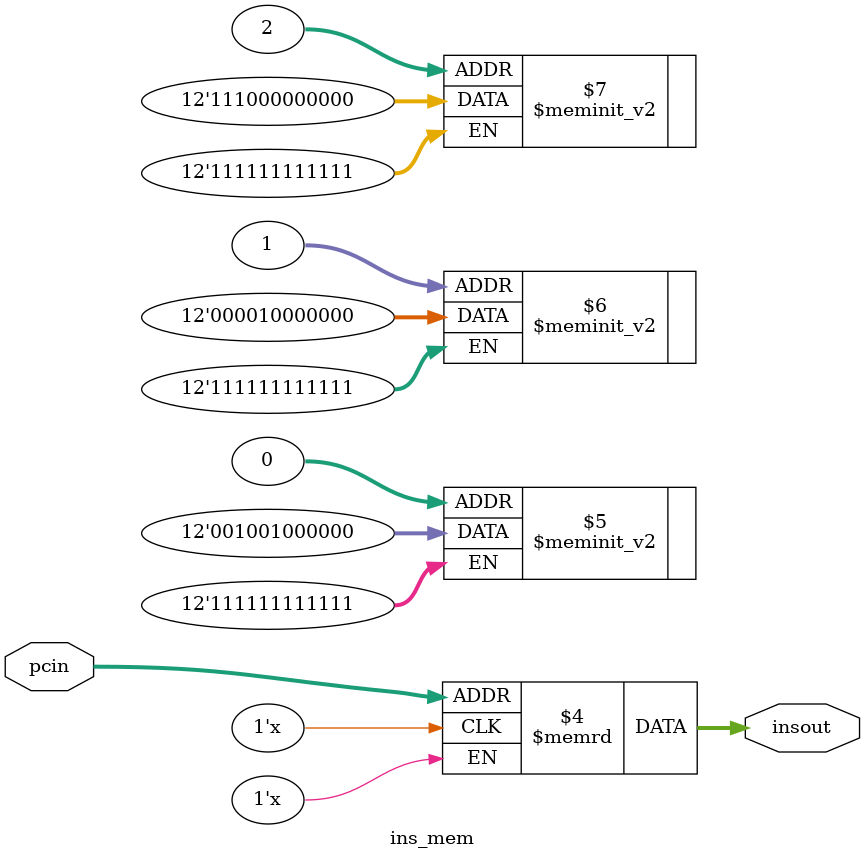
<source format=v>
module ins_mem(insout,pcin);
output [11:0]insout;
input [3:0]pcin;

reg [11:0]ins_store[0:15];

assign insout=ins_store[pcin];

localparam vli=3'b000,vsi=3'b001,vls=3'b100,vss=3'b101,vlm=3'b010,vsm=3'b011,stp=3'b111;

initial
begin
ins_store[0]<={vsi,3'd1,3'd0,3'd0};//vsi v1,r0
ins_store[1]<={vli,3'd2,3'd0,3'd0};//vli v2,r0
ins_store[2]<={stp,3'd0,3'd0,3'd0};//stop
end

endmodule

</source>
